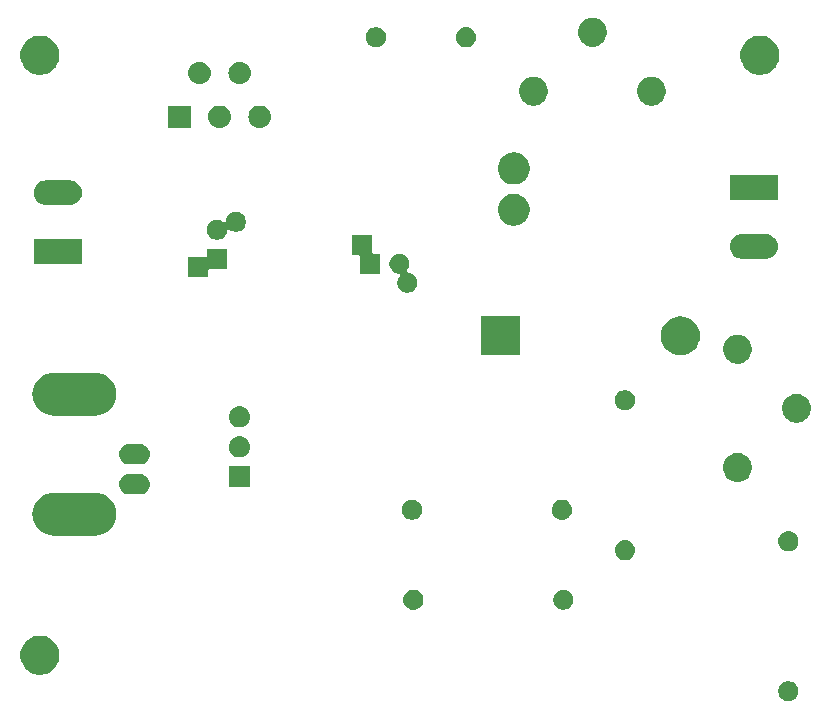
<source format=gbr>
G04 #@! TF.GenerationSoftware,KiCad,Pcbnew,5.0.2-bee76a0~70~ubuntu18.04.1*
G04 #@! TF.CreationDate,2019-05-08T10:40:33+01:00*
G04 #@! TF.ProjectId,lm2596_cc_vc,6c6d3235-3936-45f6-9363-5f76632e6b69,rev?*
G04 #@! TF.SameCoordinates,Original*
G04 #@! TF.FileFunction,Soldermask,Bot*
G04 #@! TF.FilePolarity,Negative*
%FSLAX46Y46*%
G04 Gerber Fmt 4.6, Leading zero omitted, Abs format (unit mm)*
G04 Created by KiCad (PCBNEW 5.0.2-bee76a0~70~ubuntu18.04.1) date Wed 08 May 2019 10:40:33 BST*
%MOMM*%
%LPD*%
G01*
G04 APERTURE LIST*
G04 #@! TA.AperFunction,NonConductor*
%ADD10C,0.100000*%
G04 #@! TD*
G04 APERTURE END LIST*
D10*
G36*
X113405228Y-125292703D02*
X113560100Y-125356853D01*
X113699481Y-125449985D01*
X113818015Y-125568519D01*
X113911147Y-125707900D01*
X113975297Y-125862772D01*
X114008000Y-126027184D01*
X114008000Y-126194816D01*
X113975297Y-126359228D01*
X113911147Y-126514100D01*
X113818015Y-126653481D01*
X113699481Y-126772015D01*
X113560100Y-126865147D01*
X113405228Y-126929297D01*
X113240816Y-126962000D01*
X113073184Y-126962000D01*
X112908772Y-126929297D01*
X112753900Y-126865147D01*
X112614519Y-126772015D01*
X112495985Y-126653481D01*
X112402853Y-126514100D01*
X112338703Y-126359228D01*
X112306000Y-126194816D01*
X112306000Y-126027184D01*
X112338703Y-125862772D01*
X112402853Y-125707900D01*
X112495985Y-125568519D01*
X112614519Y-125449985D01*
X112753900Y-125356853D01*
X112908772Y-125292703D01*
X113073184Y-125260000D01*
X113240816Y-125260000D01*
X113405228Y-125292703D01*
X113405228Y-125292703D01*
G37*
G36*
X50159256Y-121454298D02*
X50265579Y-121475447D01*
X50566042Y-121599903D01*
X50832852Y-121778180D01*
X50836454Y-121780587D01*
X51066413Y-122010546D01*
X51247098Y-122280960D01*
X51371553Y-122581422D01*
X51435000Y-122900389D01*
X51435000Y-123225611D01*
X51371553Y-123544578D01*
X51247098Y-123845040D01*
X51066413Y-124115454D01*
X50836454Y-124345413D01*
X50836451Y-124345415D01*
X50566042Y-124526097D01*
X50265579Y-124650553D01*
X50159256Y-124671702D01*
X49946611Y-124714000D01*
X49621389Y-124714000D01*
X49408744Y-124671702D01*
X49302421Y-124650553D01*
X49001958Y-124526097D01*
X48731549Y-124345415D01*
X48731546Y-124345413D01*
X48501587Y-124115454D01*
X48320902Y-123845040D01*
X48196447Y-123544578D01*
X48133000Y-123225611D01*
X48133000Y-122900389D01*
X48196447Y-122581422D01*
X48320902Y-122280960D01*
X48501587Y-122010546D01*
X48731546Y-121780587D01*
X48735148Y-121778180D01*
X49001958Y-121599903D01*
X49302421Y-121475447D01*
X49408744Y-121454298D01*
X49621389Y-121412000D01*
X49946611Y-121412000D01*
X50159256Y-121454298D01*
X50159256Y-121454298D01*
G37*
G36*
X81573821Y-117525313D02*
X81573824Y-117525314D01*
X81573825Y-117525314D01*
X81734239Y-117573975D01*
X81734241Y-117573976D01*
X81734244Y-117573977D01*
X81882078Y-117652995D01*
X82011659Y-117759341D01*
X82118005Y-117888922D01*
X82197023Y-118036756D01*
X82197024Y-118036759D01*
X82197025Y-118036761D01*
X82245686Y-118197175D01*
X82245687Y-118197179D01*
X82262117Y-118364000D01*
X82245687Y-118530821D01*
X82245686Y-118530824D01*
X82245686Y-118530825D01*
X82220993Y-118612228D01*
X82197023Y-118691244D01*
X82118005Y-118839078D01*
X82011659Y-118968659D01*
X81882078Y-119075005D01*
X81734244Y-119154023D01*
X81734241Y-119154024D01*
X81734239Y-119154025D01*
X81573825Y-119202686D01*
X81573824Y-119202686D01*
X81573821Y-119202687D01*
X81448804Y-119215000D01*
X81365196Y-119215000D01*
X81240179Y-119202687D01*
X81240176Y-119202686D01*
X81240175Y-119202686D01*
X81079761Y-119154025D01*
X81079759Y-119154024D01*
X81079756Y-119154023D01*
X80931922Y-119075005D01*
X80802341Y-118968659D01*
X80695995Y-118839078D01*
X80616977Y-118691244D01*
X80593008Y-118612228D01*
X80568314Y-118530825D01*
X80568314Y-118530824D01*
X80568313Y-118530821D01*
X80551883Y-118364000D01*
X80568313Y-118197179D01*
X80568314Y-118197175D01*
X80616975Y-118036761D01*
X80616976Y-118036759D01*
X80616977Y-118036756D01*
X80695995Y-117888922D01*
X80802341Y-117759341D01*
X80931922Y-117652995D01*
X81079756Y-117573977D01*
X81079759Y-117573976D01*
X81079761Y-117573975D01*
X81240175Y-117525314D01*
X81240176Y-117525314D01*
X81240179Y-117525313D01*
X81365196Y-117513000D01*
X81448804Y-117513000D01*
X81573821Y-117525313D01*
X81573821Y-117525313D01*
G37*
G36*
X94355228Y-117545703D02*
X94510100Y-117609853D01*
X94649481Y-117702985D01*
X94768015Y-117821519D01*
X94861147Y-117960900D01*
X94925297Y-118115772D01*
X94958000Y-118280184D01*
X94958000Y-118447816D01*
X94925297Y-118612228D01*
X94861147Y-118767100D01*
X94768015Y-118906481D01*
X94649481Y-119025015D01*
X94510100Y-119118147D01*
X94355228Y-119182297D01*
X94190816Y-119215000D01*
X94023184Y-119215000D01*
X93858772Y-119182297D01*
X93703900Y-119118147D01*
X93564519Y-119025015D01*
X93445985Y-118906481D01*
X93352853Y-118767100D01*
X93288703Y-118612228D01*
X93256000Y-118447816D01*
X93256000Y-118280184D01*
X93288703Y-118115772D01*
X93352853Y-117960900D01*
X93445985Y-117821519D01*
X93564519Y-117702985D01*
X93703900Y-117609853D01*
X93858772Y-117545703D01*
X94023184Y-117513000D01*
X94190816Y-117513000D01*
X94355228Y-117545703D01*
X94355228Y-117545703D01*
G37*
G36*
X99480821Y-113334313D02*
X99480824Y-113334314D01*
X99480825Y-113334314D01*
X99641239Y-113382975D01*
X99641241Y-113382976D01*
X99641244Y-113382977D01*
X99789078Y-113461995D01*
X99918659Y-113568341D01*
X100025005Y-113697922D01*
X100104023Y-113845756D01*
X100152687Y-114006179D01*
X100169117Y-114173000D01*
X100152687Y-114339821D01*
X100104023Y-114500244D01*
X100025005Y-114648078D01*
X99918659Y-114777659D01*
X99789078Y-114884005D01*
X99641244Y-114963023D01*
X99641241Y-114963024D01*
X99641239Y-114963025D01*
X99480825Y-115011686D01*
X99480824Y-115011686D01*
X99480821Y-115011687D01*
X99355804Y-115024000D01*
X99272196Y-115024000D01*
X99147179Y-115011687D01*
X99147176Y-115011686D01*
X99147175Y-115011686D01*
X98986761Y-114963025D01*
X98986759Y-114963024D01*
X98986756Y-114963023D01*
X98838922Y-114884005D01*
X98709341Y-114777659D01*
X98602995Y-114648078D01*
X98523977Y-114500244D01*
X98475313Y-114339821D01*
X98458883Y-114173000D01*
X98475313Y-114006179D01*
X98523977Y-113845756D01*
X98602995Y-113697922D01*
X98709341Y-113568341D01*
X98838922Y-113461995D01*
X98986756Y-113382977D01*
X98986759Y-113382976D01*
X98986761Y-113382975D01*
X99147175Y-113334314D01*
X99147176Y-113334314D01*
X99147179Y-113334313D01*
X99272196Y-113322000D01*
X99355804Y-113322000D01*
X99480821Y-113334313D01*
X99480821Y-113334313D01*
G37*
G36*
X113323821Y-112572313D02*
X113323824Y-112572314D01*
X113323825Y-112572314D01*
X113484239Y-112620975D01*
X113484241Y-112620976D01*
X113484244Y-112620977D01*
X113632078Y-112699995D01*
X113761659Y-112806341D01*
X113868005Y-112935922D01*
X113947023Y-113083756D01*
X113995687Y-113244179D01*
X114012117Y-113411000D01*
X113995687Y-113577821D01*
X113947023Y-113738244D01*
X113868005Y-113886078D01*
X113761659Y-114015659D01*
X113632078Y-114122005D01*
X113484244Y-114201023D01*
X113484241Y-114201024D01*
X113484239Y-114201025D01*
X113323825Y-114249686D01*
X113323824Y-114249686D01*
X113323821Y-114249687D01*
X113198804Y-114262000D01*
X113115196Y-114262000D01*
X112990179Y-114249687D01*
X112990176Y-114249686D01*
X112990175Y-114249686D01*
X112829761Y-114201025D01*
X112829759Y-114201024D01*
X112829756Y-114201023D01*
X112681922Y-114122005D01*
X112552341Y-114015659D01*
X112445995Y-113886078D01*
X112366977Y-113738244D01*
X112318313Y-113577821D01*
X112301883Y-113411000D01*
X112318313Y-113244179D01*
X112366977Y-113083756D01*
X112445995Y-112935922D01*
X112552341Y-112806341D01*
X112681922Y-112699995D01*
X112829756Y-112620977D01*
X112829759Y-112620976D01*
X112829761Y-112620975D01*
X112990175Y-112572314D01*
X112990176Y-112572314D01*
X112990179Y-112572313D01*
X113115196Y-112560000D01*
X113198804Y-112560000D01*
X113323821Y-112572313D01*
X113323821Y-112572313D01*
G37*
G36*
X54631669Y-109332686D02*
X54808058Y-109350059D01*
X55034385Y-109418714D01*
X55147549Y-109453042D01*
X55460425Y-109620279D01*
X55734661Y-109845339D01*
X55959721Y-110119575D01*
X56126958Y-110432451D01*
X56126958Y-110432452D01*
X56229941Y-110771942D01*
X56264714Y-111125000D01*
X56229941Y-111478058D01*
X56204387Y-111562297D01*
X56126958Y-111817549D01*
X55959721Y-112130425D01*
X55734661Y-112404661D01*
X55460425Y-112629721D01*
X55147549Y-112796958D01*
X55034385Y-112831286D01*
X54808058Y-112899941D01*
X54631669Y-112917314D01*
X54543476Y-112926000D01*
X50866524Y-112926000D01*
X50778331Y-112917314D01*
X50601942Y-112899941D01*
X50375615Y-112831286D01*
X50262451Y-112796958D01*
X49949575Y-112629721D01*
X49675339Y-112404661D01*
X49450279Y-112130425D01*
X49283042Y-111817549D01*
X49205613Y-111562297D01*
X49180059Y-111478058D01*
X49145286Y-111125000D01*
X49180059Y-110771942D01*
X49283042Y-110432452D01*
X49283042Y-110432451D01*
X49450279Y-110119575D01*
X49675339Y-109845339D01*
X49949575Y-109620279D01*
X50262451Y-109453042D01*
X50375615Y-109418714D01*
X50601942Y-109350059D01*
X50778331Y-109332686D01*
X50866524Y-109324000D01*
X54543476Y-109324000D01*
X54631669Y-109332686D01*
X54631669Y-109332686D01*
G37*
G36*
X94146821Y-109905313D02*
X94146824Y-109905314D01*
X94146825Y-109905314D01*
X94307239Y-109953975D01*
X94307241Y-109953976D01*
X94307244Y-109953977D01*
X94455078Y-110032995D01*
X94584659Y-110139341D01*
X94691005Y-110268922D01*
X94770023Y-110416756D01*
X94770024Y-110416759D01*
X94770025Y-110416761D01*
X94818686Y-110577175D01*
X94818687Y-110577179D01*
X94835117Y-110744000D01*
X94818687Y-110910821D01*
X94818686Y-110910824D01*
X94818686Y-110910825D01*
X94793993Y-110992228D01*
X94770023Y-111071244D01*
X94691005Y-111219078D01*
X94584659Y-111348659D01*
X94455078Y-111455005D01*
X94307244Y-111534023D01*
X94307241Y-111534024D01*
X94307239Y-111534025D01*
X94146825Y-111582686D01*
X94146824Y-111582686D01*
X94146821Y-111582687D01*
X94021804Y-111595000D01*
X93938196Y-111595000D01*
X93813179Y-111582687D01*
X93813176Y-111582686D01*
X93813175Y-111582686D01*
X93652761Y-111534025D01*
X93652759Y-111534024D01*
X93652756Y-111534023D01*
X93504922Y-111455005D01*
X93375341Y-111348659D01*
X93268995Y-111219078D01*
X93189977Y-111071244D01*
X93166008Y-110992228D01*
X93141314Y-110910825D01*
X93141314Y-110910824D01*
X93141313Y-110910821D01*
X93124883Y-110744000D01*
X93141313Y-110577179D01*
X93141314Y-110577175D01*
X93189975Y-110416761D01*
X93189976Y-110416759D01*
X93189977Y-110416756D01*
X93268995Y-110268922D01*
X93375341Y-110139341D01*
X93504922Y-110032995D01*
X93652756Y-109953977D01*
X93652759Y-109953976D01*
X93652761Y-109953975D01*
X93813175Y-109905314D01*
X93813176Y-109905314D01*
X93813179Y-109905313D01*
X93938196Y-109893000D01*
X94021804Y-109893000D01*
X94146821Y-109905313D01*
X94146821Y-109905313D01*
G37*
G36*
X81528228Y-109925703D02*
X81683100Y-109989853D01*
X81822481Y-110082985D01*
X81941015Y-110201519D01*
X82034147Y-110340900D01*
X82098297Y-110495772D01*
X82131000Y-110660184D01*
X82131000Y-110827816D01*
X82098297Y-110992228D01*
X82034147Y-111147100D01*
X81941015Y-111286481D01*
X81822481Y-111405015D01*
X81683100Y-111498147D01*
X81528228Y-111562297D01*
X81363816Y-111595000D01*
X81196184Y-111595000D01*
X81031772Y-111562297D01*
X80876900Y-111498147D01*
X80737519Y-111405015D01*
X80618985Y-111286481D01*
X80525853Y-111147100D01*
X80461703Y-110992228D01*
X80429000Y-110827816D01*
X80429000Y-110660184D01*
X80461703Y-110495772D01*
X80525853Y-110340900D01*
X80618985Y-110201519D01*
X80737519Y-110082985D01*
X80876900Y-109989853D01*
X81031772Y-109925703D01*
X81196184Y-109893000D01*
X81363816Y-109893000D01*
X81528228Y-109925703D01*
X81528228Y-109925703D01*
G37*
G36*
X58401821Y-107746313D02*
X58401824Y-107746314D01*
X58401825Y-107746314D01*
X58562239Y-107794975D01*
X58562241Y-107794976D01*
X58562244Y-107794977D01*
X58710078Y-107873995D01*
X58839659Y-107980341D01*
X58946005Y-108109922D01*
X59025023Y-108257756D01*
X59025024Y-108257759D01*
X59025025Y-108257761D01*
X59060892Y-108376000D01*
X59073687Y-108418179D01*
X59090117Y-108585000D01*
X59073687Y-108751821D01*
X59073686Y-108751824D01*
X59073686Y-108751825D01*
X59043602Y-108851000D01*
X59025023Y-108912244D01*
X58946005Y-109060078D01*
X58839659Y-109189659D01*
X58710078Y-109296005D01*
X58562244Y-109375023D01*
X58562241Y-109375024D01*
X58562239Y-109375025D01*
X58401825Y-109423686D01*
X58401824Y-109423686D01*
X58401821Y-109423687D01*
X58276804Y-109436000D01*
X57293196Y-109436000D01*
X57168179Y-109423687D01*
X57168176Y-109423686D01*
X57168175Y-109423686D01*
X57007761Y-109375025D01*
X57007759Y-109375024D01*
X57007756Y-109375023D01*
X56859922Y-109296005D01*
X56730341Y-109189659D01*
X56623995Y-109060078D01*
X56544977Y-108912244D01*
X56526399Y-108851000D01*
X56496314Y-108751825D01*
X56496314Y-108751824D01*
X56496313Y-108751821D01*
X56479883Y-108585000D01*
X56496313Y-108418179D01*
X56509108Y-108376000D01*
X56544975Y-108257761D01*
X56544976Y-108257759D01*
X56544977Y-108257756D01*
X56623995Y-108109922D01*
X56730341Y-107980341D01*
X56859922Y-107873995D01*
X57007756Y-107794977D01*
X57007759Y-107794976D01*
X57007761Y-107794975D01*
X57168175Y-107746314D01*
X57168176Y-107746314D01*
X57168179Y-107746313D01*
X57293196Y-107734000D01*
X58276804Y-107734000D01*
X58401821Y-107746313D01*
X58401821Y-107746313D01*
G37*
G36*
X67576000Y-108851000D02*
X65774000Y-108851000D01*
X65774000Y-107049000D01*
X67576000Y-107049000D01*
X67576000Y-108851000D01*
X67576000Y-108851000D01*
G37*
G36*
X109077205Y-105957461D02*
X109195153Y-105980922D01*
X109287194Y-106019047D01*
X109417359Y-106072963D01*
X109617345Y-106206589D01*
X109787411Y-106376655D01*
X109921037Y-106576641D01*
X109951282Y-106649659D01*
X109995332Y-106756004D01*
X110013078Y-106798848D01*
X110060000Y-107034741D01*
X110060000Y-107275259D01*
X110013078Y-107511152D01*
X109921037Y-107733359D01*
X109787411Y-107933345D01*
X109617345Y-108103411D01*
X109417359Y-108237037D01*
X109287194Y-108290953D01*
X109195153Y-108329078D01*
X108959259Y-108376000D01*
X108718741Y-108376000D01*
X108482847Y-108329078D01*
X108390806Y-108290953D01*
X108260641Y-108237037D01*
X108060655Y-108103411D01*
X107890589Y-107933345D01*
X107756963Y-107733359D01*
X107664922Y-107511152D01*
X107618000Y-107275259D01*
X107618000Y-107034741D01*
X107664922Y-106798848D01*
X107682669Y-106756004D01*
X107726718Y-106649659D01*
X107756963Y-106576641D01*
X107890589Y-106376655D01*
X108060655Y-106206589D01*
X108260641Y-106072963D01*
X108390806Y-106019047D01*
X108482847Y-105980922D01*
X108600795Y-105957461D01*
X108718741Y-105934000D01*
X108959259Y-105934000D01*
X109077205Y-105957461D01*
X109077205Y-105957461D01*
G37*
G36*
X58401821Y-105206313D02*
X58401824Y-105206314D01*
X58401825Y-105206314D01*
X58562239Y-105254975D01*
X58562241Y-105254976D01*
X58562244Y-105254977D01*
X58710078Y-105333995D01*
X58839659Y-105440341D01*
X58946005Y-105569922D01*
X59025023Y-105717756D01*
X59073687Y-105878179D01*
X59090117Y-106045000D01*
X59073687Y-106211821D01*
X59073686Y-106211824D01*
X59073686Y-106211825D01*
X59043602Y-106311000D01*
X59025023Y-106372244D01*
X58946005Y-106520078D01*
X58839659Y-106649659D01*
X58710078Y-106756005D01*
X58562244Y-106835023D01*
X58562241Y-106835024D01*
X58562239Y-106835025D01*
X58401825Y-106883686D01*
X58401824Y-106883686D01*
X58401821Y-106883687D01*
X58276804Y-106896000D01*
X57293196Y-106896000D01*
X57168179Y-106883687D01*
X57168176Y-106883686D01*
X57168175Y-106883686D01*
X57007761Y-106835025D01*
X57007759Y-106835024D01*
X57007756Y-106835023D01*
X56859922Y-106756005D01*
X56730341Y-106649659D01*
X56623995Y-106520078D01*
X56544977Y-106372244D01*
X56526399Y-106311000D01*
X56496314Y-106211825D01*
X56496314Y-106211824D01*
X56496313Y-106211821D01*
X56479883Y-106045000D01*
X56496313Y-105878179D01*
X56544977Y-105717756D01*
X56623995Y-105569922D01*
X56730341Y-105440341D01*
X56859922Y-105333995D01*
X57007756Y-105254977D01*
X57007759Y-105254976D01*
X57007761Y-105254975D01*
X57168175Y-105206314D01*
X57168176Y-105206314D01*
X57168179Y-105206313D01*
X57293196Y-105194000D01*
X58276804Y-105194000D01*
X58401821Y-105206313D01*
X58401821Y-105206313D01*
G37*
G36*
X66785443Y-104515519D02*
X66851627Y-104522037D01*
X66964853Y-104556384D01*
X67021467Y-104573557D01*
X67160087Y-104647652D01*
X67177991Y-104657222D01*
X67213729Y-104686552D01*
X67315186Y-104769814D01*
X67398448Y-104871271D01*
X67427778Y-104907009D01*
X67427779Y-104907011D01*
X67511443Y-105063533D01*
X67511443Y-105063534D01*
X67562963Y-105233373D01*
X67580359Y-105410000D01*
X67562963Y-105586627D01*
X67528616Y-105699853D01*
X67511443Y-105756467D01*
X67446388Y-105878175D01*
X67427778Y-105912991D01*
X67410536Y-105934000D01*
X67315186Y-106050186D01*
X67213729Y-106133448D01*
X67177991Y-106162778D01*
X67177989Y-106162779D01*
X67021467Y-106246443D01*
X66964853Y-106263616D01*
X66851627Y-106297963D01*
X66785442Y-106304482D01*
X66719260Y-106311000D01*
X66630740Y-106311000D01*
X66564558Y-106304482D01*
X66498373Y-106297963D01*
X66385147Y-106263616D01*
X66328533Y-106246443D01*
X66172011Y-106162779D01*
X66172009Y-106162778D01*
X66136271Y-106133448D01*
X66034814Y-106050186D01*
X65939464Y-105934000D01*
X65922222Y-105912991D01*
X65903612Y-105878175D01*
X65838557Y-105756467D01*
X65821384Y-105699853D01*
X65787037Y-105586627D01*
X65769641Y-105410000D01*
X65787037Y-105233373D01*
X65838557Y-105063534D01*
X65838557Y-105063533D01*
X65922221Y-104907011D01*
X65922222Y-104907009D01*
X65951552Y-104871271D01*
X66034814Y-104769814D01*
X66136271Y-104686552D01*
X66172009Y-104657222D01*
X66189913Y-104647652D01*
X66328533Y-104573557D01*
X66385147Y-104556384D01*
X66498373Y-104522037D01*
X66564557Y-104515519D01*
X66630740Y-104509000D01*
X66719260Y-104509000D01*
X66785443Y-104515519D01*
X66785443Y-104515519D01*
G37*
G36*
X66785442Y-101975518D02*
X66851627Y-101982037D01*
X66961877Y-102015481D01*
X67021467Y-102033557D01*
X67160087Y-102107652D01*
X67177991Y-102117222D01*
X67198452Y-102134014D01*
X67315186Y-102229814D01*
X67392481Y-102324000D01*
X67427778Y-102367009D01*
X67427779Y-102367011D01*
X67511443Y-102523533D01*
X67511443Y-102523534D01*
X67562963Y-102693373D01*
X67580359Y-102870000D01*
X67562963Y-103046627D01*
X67545737Y-103103413D01*
X67511443Y-103216467D01*
X67451250Y-103329078D01*
X67427778Y-103372991D01*
X67398448Y-103408729D01*
X67315186Y-103510186D01*
X67213729Y-103593448D01*
X67177991Y-103622778D01*
X67177989Y-103622779D01*
X67021467Y-103706443D01*
X66964853Y-103723616D01*
X66851627Y-103757963D01*
X66785443Y-103764481D01*
X66719260Y-103771000D01*
X66630740Y-103771000D01*
X66564557Y-103764481D01*
X66498373Y-103757963D01*
X66385147Y-103723616D01*
X66328533Y-103706443D01*
X66172011Y-103622779D01*
X66172009Y-103622778D01*
X66136271Y-103593448D01*
X66034814Y-103510186D01*
X65951552Y-103408729D01*
X65922222Y-103372991D01*
X65898750Y-103329078D01*
X65838557Y-103216467D01*
X65804263Y-103103413D01*
X65787037Y-103046627D01*
X65769641Y-102870000D01*
X65787037Y-102693373D01*
X65838557Y-102523534D01*
X65838557Y-102523533D01*
X65922221Y-102367011D01*
X65922222Y-102367009D01*
X65957519Y-102324000D01*
X66034814Y-102229814D01*
X66151548Y-102134014D01*
X66172009Y-102117222D01*
X66189913Y-102107652D01*
X66328533Y-102033557D01*
X66388123Y-102015481D01*
X66498373Y-101982037D01*
X66564558Y-101975518D01*
X66630740Y-101969000D01*
X66719260Y-101969000D01*
X66785442Y-101975518D01*
X66785442Y-101975518D01*
G37*
G36*
X114077205Y-100957461D02*
X114195153Y-100980922D01*
X114287194Y-101019047D01*
X114417359Y-101072963D01*
X114617345Y-101206589D01*
X114787411Y-101376655D01*
X114921037Y-101576641D01*
X115013078Y-101798848D01*
X115049517Y-101982037D01*
X115060000Y-102034742D01*
X115060000Y-102275258D01*
X115013078Y-102511153D01*
X114974953Y-102603194D01*
X114921037Y-102733359D01*
X114787411Y-102933345D01*
X114617345Y-103103411D01*
X114417359Y-103237037D01*
X114287194Y-103290953D01*
X114195153Y-103329078D01*
X114077205Y-103352539D01*
X113959259Y-103376000D01*
X113718741Y-103376000D01*
X113600795Y-103352539D01*
X113482847Y-103329078D01*
X113390806Y-103290953D01*
X113260641Y-103237037D01*
X113060655Y-103103411D01*
X112890589Y-102933345D01*
X112756963Y-102733359D01*
X112703047Y-102603194D01*
X112664922Y-102511153D01*
X112618000Y-102275258D01*
X112618000Y-102034742D01*
X112628484Y-101982037D01*
X112664922Y-101798848D01*
X112756963Y-101576641D01*
X112890589Y-101376655D01*
X113060655Y-101206589D01*
X113260641Y-101072963D01*
X113390806Y-101019047D01*
X113482847Y-100980922D01*
X113600795Y-100957461D01*
X113718741Y-100934000D01*
X113959259Y-100934000D01*
X114077205Y-100957461D01*
X114077205Y-100957461D01*
G37*
G36*
X54631669Y-99172686D02*
X54808058Y-99190059D01*
X55034385Y-99258714D01*
X55147549Y-99293042D01*
X55460425Y-99460279D01*
X55734661Y-99685339D01*
X55959721Y-99959575D01*
X56126958Y-100272451D01*
X56126958Y-100272452D01*
X56229941Y-100611942D01*
X56264714Y-100965000D01*
X56229941Y-101318058D01*
X56208365Y-101389184D01*
X56126958Y-101657549D01*
X55959721Y-101970425D01*
X55734661Y-102244661D01*
X55460425Y-102469721D01*
X55147549Y-102636958D01*
X55034385Y-102671286D01*
X54808058Y-102739941D01*
X54631669Y-102757314D01*
X54543476Y-102766000D01*
X50866524Y-102766000D01*
X50778331Y-102757314D01*
X50601942Y-102739941D01*
X50375615Y-102671286D01*
X50262451Y-102636958D01*
X49949575Y-102469721D01*
X49675339Y-102244661D01*
X49450279Y-101970425D01*
X49283042Y-101657549D01*
X49201635Y-101389184D01*
X49180059Y-101318058D01*
X49145286Y-100965000D01*
X49180059Y-100611942D01*
X49283042Y-100272452D01*
X49283042Y-100272451D01*
X49450279Y-99959575D01*
X49675339Y-99685339D01*
X49949575Y-99460279D01*
X50262451Y-99293042D01*
X50375615Y-99258714D01*
X50601942Y-99190059D01*
X50778331Y-99172686D01*
X50866524Y-99164000D01*
X54543476Y-99164000D01*
X54631669Y-99172686D01*
X54631669Y-99172686D01*
G37*
G36*
X99562228Y-100654703D02*
X99717100Y-100718853D01*
X99856481Y-100811985D01*
X99975015Y-100930519D01*
X100068147Y-101069900D01*
X100132297Y-101224772D01*
X100165000Y-101389184D01*
X100165000Y-101556816D01*
X100132297Y-101721228D01*
X100068147Y-101876100D01*
X99975015Y-102015481D01*
X99856481Y-102134015D01*
X99717100Y-102227147D01*
X99562228Y-102291297D01*
X99397816Y-102324000D01*
X99230184Y-102324000D01*
X99065772Y-102291297D01*
X98910900Y-102227147D01*
X98771519Y-102134015D01*
X98652985Y-102015481D01*
X98559853Y-101876100D01*
X98495703Y-101721228D01*
X98463000Y-101556816D01*
X98463000Y-101389184D01*
X98495703Y-101224772D01*
X98559853Y-101069900D01*
X98652985Y-100930519D01*
X98771519Y-100811985D01*
X98910900Y-100718853D01*
X99065772Y-100654703D01*
X99230184Y-100622000D01*
X99397816Y-100622000D01*
X99562228Y-100654703D01*
X99562228Y-100654703D01*
G37*
G36*
X109077205Y-95957461D02*
X109195153Y-95980922D01*
X109270181Y-96012000D01*
X109417359Y-96072963D01*
X109617345Y-96206589D01*
X109787411Y-96376655D01*
X109921037Y-96576641D01*
X110013078Y-96798848D01*
X110060000Y-97034741D01*
X110060000Y-97275259D01*
X110013078Y-97511152D01*
X109921037Y-97733359D01*
X109787411Y-97933345D01*
X109617345Y-98103411D01*
X109417359Y-98237037D01*
X109287194Y-98290953D01*
X109195153Y-98329078D01*
X108959259Y-98376000D01*
X108718741Y-98376000D01*
X108600795Y-98352539D01*
X108482847Y-98329078D01*
X108390806Y-98290953D01*
X108260641Y-98237037D01*
X108060655Y-98103411D01*
X107890589Y-97933345D01*
X107756963Y-97733359D01*
X107664922Y-97511152D01*
X107618000Y-97275259D01*
X107618000Y-97034741D01*
X107664922Y-96798848D01*
X107756963Y-96576641D01*
X107890589Y-96376655D01*
X108060655Y-96206589D01*
X108260641Y-96072963D01*
X108407819Y-96012000D01*
X108482847Y-95980922D01*
X108600795Y-95957461D01*
X108718741Y-95934000D01*
X108959259Y-95934000D01*
X109077205Y-95957461D01*
X109077205Y-95957461D01*
G37*
G36*
X104336654Y-94384888D02*
X104647865Y-94479294D01*
X104934686Y-94632603D01*
X105186082Y-94838918D01*
X105392397Y-95090314D01*
X105545706Y-95377135D01*
X105640112Y-95688346D01*
X105671988Y-96012000D01*
X105640112Y-96335654D01*
X105545706Y-96646865D01*
X105392397Y-96933686D01*
X105186082Y-97185082D01*
X104934686Y-97391397D01*
X104647865Y-97544706D01*
X104336654Y-97639112D01*
X104094107Y-97663000D01*
X103931893Y-97663000D01*
X103689346Y-97639112D01*
X103378135Y-97544706D01*
X103091314Y-97391397D01*
X102839918Y-97185082D01*
X102633603Y-96933686D01*
X102480294Y-96646865D01*
X102385888Y-96335654D01*
X102354012Y-96012000D01*
X102385888Y-95688346D01*
X102480294Y-95377135D01*
X102633603Y-95090314D01*
X102839918Y-94838918D01*
X103091314Y-94632603D01*
X103378135Y-94479294D01*
X103689346Y-94384888D01*
X103931893Y-94361000D01*
X104094107Y-94361000D01*
X104336654Y-94384888D01*
X104336654Y-94384888D01*
G37*
G36*
X90424000Y-97663000D02*
X87122000Y-97663000D01*
X87122000Y-94361000D01*
X90424000Y-94361000D01*
X90424000Y-97663000D01*
X90424000Y-97663000D01*
G37*
G36*
X80472228Y-89097703D02*
X80627100Y-89161853D01*
X80766481Y-89254985D01*
X80885015Y-89373519D01*
X80978147Y-89512900D01*
X81042297Y-89667772D01*
X81075000Y-89832184D01*
X81075000Y-89999816D01*
X81042297Y-90164228D01*
X80978147Y-90319100D01*
X80896325Y-90441554D01*
X80879619Y-90466556D01*
X80876337Y-90470554D01*
X80864786Y-90492165D01*
X80857673Y-90515614D01*
X80855271Y-90540000D01*
X80857673Y-90564386D01*
X80864786Y-90587835D01*
X80876337Y-90609446D01*
X80891883Y-90628388D01*
X80910825Y-90643934D01*
X80932436Y-90655485D01*
X80955885Y-90662598D01*
X80977265Y-90664704D01*
X80978753Y-90665000D01*
X81143165Y-90697703D01*
X81298037Y-90761853D01*
X81437418Y-90854985D01*
X81555952Y-90973519D01*
X81649084Y-91112900D01*
X81713234Y-91267772D01*
X81745937Y-91432184D01*
X81745937Y-91599816D01*
X81713234Y-91764228D01*
X81649084Y-91919100D01*
X81555952Y-92058481D01*
X81437418Y-92177015D01*
X81298037Y-92270147D01*
X81143165Y-92334297D01*
X80978753Y-92367000D01*
X80811121Y-92367000D01*
X80646709Y-92334297D01*
X80491837Y-92270147D01*
X80352456Y-92177015D01*
X80233922Y-92058481D01*
X80140790Y-91919100D01*
X80076640Y-91764228D01*
X80043937Y-91599816D01*
X80043937Y-91432184D01*
X80076640Y-91267772D01*
X80140790Y-91112900D01*
X80233922Y-90973519D01*
X80233923Y-90973518D01*
X80239318Y-90965444D01*
X80242600Y-90961446D01*
X80254151Y-90939835D01*
X80261264Y-90916386D01*
X80263666Y-90892000D01*
X80261264Y-90867614D01*
X80254151Y-90844165D01*
X80242600Y-90822554D01*
X80227054Y-90803612D01*
X80208112Y-90788066D01*
X80186501Y-90776515D01*
X80163052Y-90769402D01*
X80141672Y-90767296D01*
X80140184Y-90767000D01*
X79975772Y-90734297D01*
X79820900Y-90670147D01*
X79681519Y-90577015D01*
X79562985Y-90458481D01*
X79469853Y-90319100D01*
X79405703Y-90164228D01*
X79373000Y-89999816D01*
X79373000Y-89832184D01*
X79405703Y-89667772D01*
X79469853Y-89512900D01*
X79562985Y-89373519D01*
X79681519Y-89254985D01*
X79820900Y-89161853D01*
X79975772Y-89097703D01*
X80140184Y-89065000D01*
X80307816Y-89065000D01*
X80472228Y-89097703D01*
X80472228Y-89097703D01*
G37*
G36*
X65621000Y-90386000D02*
X64146000Y-90386000D01*
X64121614Y-90388402D01*
X64098165Y-90395515D01*
X64076554Y-90407066D01*
X64057612Y-90422612D01*
X64042066Y-90441554D01*
X64030515Y-90463165D01*
X64023402Y-90486614D01*
X64021000Y-90511000D01*
X64021000Y-91056937D01*
X62319000Y-91056937D01*
X62319000Y-89354937D01*
X63794000Y-89354937D01*
X63818386Y-89352535D01*
X63841835Y-89345422D01*
X63863446Y-89333871D01*
X63882388Y-89318325D01*
X63897934Y-89299383D01*
X63909485Y-89277772D01*
X63916598Y-89254323D01*
X63919000Y-89229937D01*
X63919000Y-88684000D01*
X65621000Y-88684000D01*
X65621000Y-90386000D01*
X65621000Y-90386000D01*
G37*
G36*
X77904063Y-88940000D02*
X77906465Y-88964386D01*
X77913578Y-88987835D01*
X77925129Y-89009446D01*
X77940675Y-89028388D01*
X77959617Y-89043934D01*
X77981228Y-89055485D01*
X78004677Y-89062598D01*
X78029063Y-89065000D01*
X78575000Y-89065000D01*
X78575000Y-90767000D01*
X76873000Y-90767000D01*
X76873000Y-89292000D01*
X76870598Y-89267614D01*
X76863485Y-89244165D01*
X76851934Y-89222554D01*
X76836388Y-89203612D01*
X76817446Y-89188066D01*
X76795835Y-89176515D01*
X76772386Y-89169402D01*
X76748000Y-89167000D01*
X76202063Y-89167000D01*
X76202063Y-87465000D01*
X77904063Y-87465000D01*
X77904063Y-88940000D01*
X77904063Y-88940000D01*
G37*
G36*
X53339000Y-89941000D02*
X49277000Y-89941000D01*
X49277000Y-87859000D01*
X53339000Y-87859000D01*
X53339000Y-89941000D01*
X53339000Y-89941000D01*
G37*
G36*
X111328112Y-87403021D02*
X111430072Y-87413063D01*
X111560891Y-87452747D01*
X111626302Y-87472589D01*
X111807148Y-87569254D01*
X111965659Y-87699341D01*
X112095746Y-87857852D01*
X112192411Y-88038698D01*
X112192411Y-88038699D01*
X112251937Y-88234928D01*
X112272036Y-88439000D01*
X112251937Y-88643072D01*
X112212253Y-88773891D01*
X112192411Y-88839302D01*
X112095746Y-89020148D01*
X111965659Y-89178659D01*
X111807148Y-89308746D01*
X111626302Y-89405411D01*
X111560891Y-89425253D01*
X111430072Y-89464937D01*
X111328112Y-89474979D01*
X111277133Y-89480000D01*
X109194867Y-89480000D01*
X109143888Y-89474979D01*
X109041928Y-89464937D01*
X108911109Y-89425253D01*
X108845698Y-89405411D01*
X108664852Y-89308746D01*
X108506341Y-89178659D01*
X108376254Y-89020148D01*
X108279589Y-88839302D01*
X108259747Y-88773891D01*
X108220063Y-88643072D01*
X108199964Y-88439000D01*
X108220063Y-88234928D01*
X108279589Y-88038699D01*
X108279589Y-88038698D01*
X108376254Y-87857852D01*
X108506341Y-87699341D01*
X108664852Y-87569254D01*
X108845698Y-87472589D01*
X108911109Y-87452747D01*
X109041928Y-87413063D01*
X109143888Y-87403021D01*
X109194867Y-87398000D01*
X111277133Y-87398000D01*
X111328112Y-87403021D01*
X111328112Y-87403021D01*
G37*
G36*
X66618228Y-85545766D02*
X66773100Y-85609916D01*
X66912481Y-85703048D01*
X67031015Y-85821582D01*
X67124147Y-85960963D01*
X67188297Y-86115835D01*
X67221000Y-86280247D01*
X67221000Y-86447879D01*
X67188297Y-86612291D01*
X67124147Y-86767163D01*
X67031015Y-86906544D01*
X66912481Y-87025078D01*
X66773100Y-87118210D01*
X66618228Y-87182360D01*
X66453816Y-87215063D01*
X66286184Y-87215063D01*
X66121772Y-87182360D01*
X65966900Y-87118210D01*
X65827519Y-87025078D01*
X65827518Y-87025077D01*
X65819444Y-87019682D01*
X65815446Y-87016400D01*
X65793835Y-87004849D01*
X65770386Y-86997736D01*
X65746000Y-86995334D01*
X65721614Y-86997736D01*
X65698165Y-87004849D01*
X65676554Y-87016400D01*
X65657612Y-87031946D01*
X65642066Y-87050888D01*
X65630515Y-87072499D01*
X65623402Y-87095948D01*
X65621296Y-87117328D01*
X65621000Y-87118816D01*
X65588297Y-87283228D01*
X65524147Y-87438100D01*
X65431015Y-87577481D01*
X65312481Y-87696015D01*
X65173100Y-87789147D01*
X65018228Y-87853297D01*
X64853816Y-87886000D01*
X64686184Y-87886000D01*
X64521772Y-87853297D01*
X64366900Y-87789147D01*
X64227519Y-87696015D01*
X64108985Y-87577481D01*
X64015853Y-87438100D01*
X63951703Y-87283228D01*
X63919000Y-87118816D01*
X63919000Y-86951184D01*
X63951703Y-86786772D01*
X64015853Y-86631900D01*
X64108985Y-86492519D01*
X64227519Y-86373985D01*
X64366900Y-86280853D01*
X64521772Y-86216703D01*
X64686184Y-86184000D01*
X64853816Y-86184000D01*
X65018228Y-86216703D01*
X65173100Y-86280853D01*
X65312481Y-86373985D01*
X65312482Y-86373986D01*
X65320556Y-86379381D01*
X65324554Y-86382663D01*
X65346165Y-86394214D01*
X65369614Y-86401327D01*
X65394000Y-86403729D01*
X65418386Y-86401327D01*
X65441835Y-86394214D01*
X65463446Y-86382663D01*
X65482388Y-86367117D01*
X65497934Y-86348175D01*
X65509485Y-86326564D01*
X65516598Y-86303115D01*
X65518704Y-86281735D01*
X65519466Y-86277902D01*
X65551703Y-86115835D01*
X65615853Y-85960963D01*
X65708985Y-85821582D01*
X65827519Y-85703048D01*
X65966900Y-85609916D01*
X66121772Y-85545766D01*
X66286184Y-85513063D01*
X66453816Y-85513063D01*
X66618228Y-85545766D01*
X66618228Y-85545766D01*
G37*
G36*
X90179567Y-84018959D02*
X90310072Y-84044918D01*
X90555939Y-84146759D01*
X90776464Y-84294110D01*
X90777215Y-84294612D01*
X90965388Y-84482785D01*
X90965390Y-84482788D01*
X91113241Y-84704061D01*
X91215082Y-84949928D01*
X91267000Y-85210938D01*
X91267000Y-85477062D01*
X91215082Y-85738072D01*
X91113241Y-85983939D01*
X90965890Y-86204464D01*
X90965388Y-86205215D01*
X90777215Y-86393388D01*
X90777212Y-86393390D01*
X90555939Y-86541241D01*
X90310072Y-86643082D01*
X90179567Y-86669041D01*
X90049063Y-86695000D01*
X89782937Y-86695000D01*
X89652433Y-86669041D01*
X89521928Y-86643082D01*
X89276061Y-86541241D01*
X89054788Y-86393390D01*
X89054785Y-86393388D01*
X88866612Y-86205215D01*
X88866110Y-86204464D01*
X88718759Y-85983939D01*
X88616918Y-85738072D01*
X88565000Y-85477062D01*
X88565000Y-85210938D01*
X88616918Y-84949928D01*
X88718759Y-84704061D01*
X88866610Y-84482788D01*
X88866612Y-84482785D01*
X89054785Y-84294612D01*
X89055536Y-84294110D01*
X89276061Y-84146759D01*
X89521928Y-84044918D01*
X89652433Y-84018959D01*
X89782937Y-83993000D01*
X90049063Y-83993000D01*
X90179567Y-84018959D01*
X90179567Y-84018959D01*
G37*
G36*
X52400112Y-82864021D02*
X52502072Y-82874063D01*
X52632891Y-82913747D01*
X52698302Y-82933589D01*
X52879148Y-83030254D01*
X53037659Y-83160341D01*
X53167746Y-83318852D01*
X53264411Y-83499698D01*
X53264411Y-83499699D01*
X53323937Y-83695928D01*
X53344036Y-83900000D01*
X53323937Y-84104072D01*
X53310988Y-84146759D01*
X53264411Y-84300302D01*
X53167746Y-84481148D01*
X53037659Y-84639659D01*
X52879148Y-84769746D01*
X52698302Y-84866411D01*
X52632891Y-84886253D01*
X52502072Y-84925937D01*
X52400112Y-84935979D01*
X52349133Y-84941000D01*
X50266867Y-84941000D01*
X50215888Y-84935979D01*
X50113928Y-84925937D01*
X49983109Y-84886253D01*
X49917698Y-84866411D01*
X49736852Y-84769746D01*
X49578341Y-84639659D01*
X49448254Y-84481148D01*
X49351589Y-84300302D01*
X49305012Y-84146759D01*
X49292063Y-84104072D01*
X49271964Y-83900000D01*
X49292063Y-83695928D01*
X49351589Y-83499699D01*
X49351589Y-83499698D01*
X49448254Y-83318852D01*
X49578341Y-83160341D01*
X49736852Y-83030254D01*
X49917698Y-82933589D01*
X49983109Y-82913747D01*
X50113928Y-82874063D01*
X50215888Y-82864021D01*
X50266867Y-82859000D01*
X52349133Y-82859000D01*
X52400112Y-82864021D01*
X52400112Y-82864021D01*
G37*
G36*
X112267000Y-84480000D02*
X108205000Y-84480000D01*
X108205000Y-82398000D01*
X112267000Y-82398000D01*
X112267000Y-84480000D01*
X112267000Y-84480000D01*
G37*
G36*
X90179567Y-80518959D02*
X90310072Y-80544918D01*
X90555939Y-80646759D01*
X90776464Y-80794110D01*
X90777215Y-80794612D01*
X90965388Y-80982785D01*
X90965390Y-80982788D01*
X91113241Y-81204061D01*
X91215082Y-81449928D01*
X91267000Y-81710938D01*
X91267000Y-81977062D01*
X91215082Y-82238072D01*
X91113241Y-82483939D01*
X90965890Y-82704464D01*
X90965388Y-82705215D01*
X90777215Y-82893388D01*
X90777212Y-82893390D01*
X90555939Y-83041241D01*
X90310072Y-83143082D01*
X90223305Y-83160341D01*
X90049063Y-83195000D01*
X89782937Y-83195000D01*
X89608695Y-83160341D01*
X89521928Y-83143082D01*
X89276061Y-83041241D01*
X89054788Y-82893390D01*
X89054785Y-82893388D01*
X88866612Y-82705215D01*
X88866110Y-82704464D01*
X88718759Y-82483939D01*
X88616918Y-82238072D01*
X88565000Y-81977062D01*
X88565000Y-81710938D01*
X88616918Y-81449928D01*
X88718759Y-81204061D01*
X88866610Y-80982788D01*
X88866612Y-80982785D01*
X89054785Y-80794612D01*
X89055536Y-80794110D01*
X89276061Y-80646759D01*
X89521928Y-80544918D01*
X89652433Y-80518959D01*
X89782937Y-80493000D01*
X90049063Y-80493000D01*
X90179567Y-80518959D01*
X90179567Y-80518959D01*
G37*
G36*
X68581425Y-76532760D02*
X68581428Y-76532761D01*
X68581429Y-76532761D01*
X68760693Y-76587140D01*
X68760695Y-76587141D01*
X68925905Y-76675448D01*
X69070712Y-76794288D01*
X69189552Y-76939095D01*
X69277859Y-77104305D01*
X69332240Y-77283575D01*
X69350601Y-77470000D01*
X69332240Y-77656425D01*
X69277859Y-77835695D01*
X69189552Y-78000905D01*
X69070712Y-78145712D01*
X68925905Y-78264552D01*
X68925903Y-78264553D01*
X68760693Y-78352860D01*
X68581429Y-78407239D01*
X68581428Y-78407239D01*
X68581425Y-78407240D01*
X68441718Y-78421000D01*
X68348282Y-78421000D01*
X68208575Y-78407240D01*
X68208572Y-78407239D01*
X68208571Y-78407239D01*
X68029307Y-78352860D01*
X67864097Y-78264553D01*
X67864095Y-78264552D01*
X67719288Y-78145712D01*
X67600448Y-78000905D01*
X67512141Y-77835695D01*
X67457760Y-77656425D01*
X67439399Y-77470000D01*
X67457760Y-77283575D01*
X67512141Y-77104305D01*
X67600448Y-76939095D01*
X67719288Y-76794288D01*
X67864095Y-76675448D01*
X68029305Y-76587141D01*
X68029307Y-76587140D01*
X68208571Y-76532761D01*
X68208572Y-76532761D01*
X68208575Y-76532760D01*
X68348282Y-76519000D01*
X68441718Y-76519000D01*
X68581425Y-76532760D01*
X68581425Y-76532760D01*
G37*
G36*
X65181425Y-76532760D02*
X65181428Y-76532761D01*
X65181429Y-76532761D01*
X65360693Y-76587140D01*
X65360695Y-76587141D01*
X65525905Y-76675448D01*
X65670712Y-76794288D01*
X65789552Y-76939095D01*
X65877859Y-77104305D01*
X65932240Y-77283575D01*
X65950601Y-77470000D01*
X65932240Y-77656425D01*
X65877859Y-77835695D01*
X65789552Y-78000905D01*
X65670712Y-78145712D01*
X65525905Y-78264552D01*
X65525903Y-78264553D01*
X65360693Y-78352860D01*
X65181429Y-78407239D01*
X65181428Y-78407239D01*
X65181425Y-78407240D01*
X65041718Y-78421000D01*
X64948282Y-78421000D01*
X64808575Y-78407240D01*
X64808572Y-78407239D01*
X64808571Y-78407239D01*
X64629307Y-78352860D01*
X64464097Y-78264553D01*
X64464095Y-78264552D01*
X64319288Y-78145712D01*
X64200448Y-78000905D01*
X64112141Y-77835695D01*
X64057760Y-77656425D01*
X64039399Y-77470000D01*
X64057760Y-77283575D01*
X64112141Y-77104305D01*
X64200448Y-76939095D01*
X64319288Y-76794288D01*
X64464095Y-76675448D01*
X64629305Y-76587141D01*
X64629307Y-76587140D01*
X64808571Y-76532761D01*
X64808572Y-76532761D01*
X64808575Y-76532760D01*
X64948282Y-76519000D01*
X65041718Y-76519000D01*
X65181425Y-76532760D01*
X65181425Y-76532760D01*
G37*
G36*
X62546000Y-78421000D02*
X60644000Y-78421000D01*
X60644000Y-76519000D01*
X62546000Y-76519000D01*
X62546000Y-78421000D01*
X62546000Y-78421000D01*
G37*
G36*
X101923153Y-74136922D02*
X102015194Y-74175047D01*
X102145359Y-74228963D01*
X102345345Y-74362589D01*
X102515411Y-74532655D01*
X102649037Y-74732641D01*
X102741078Y-74954848D01*
X102788000Y-75190741D01*
X102788000Y-75431259D01*
X102741078Y-75667152D01*
X102649037Y-75889359D01*
X102515411Y-76089345D01*
X102345345Y-76259411D01*
X102145359Y-76393037D01*
X102015194Y-76446953D01*
X101923153Y-76485078D01*
X101805205Y-76508539D01*
X101687259Y-76532000D01*
X101446741Y-76532000D01*
X101328795Y-76508539D01*
X101210847Y-76485078D01*
X101118806Y-76446953D01*
X100988641Y-76393037D01*
X100788655Y-76259411D01*
X100618589Y-76089345D01*
X100484963Y-75889359D01*
X100392922Y-75667152D01*
X100346000Y-75431259D01*
X100346000Y-75190741D01*
X100392922Y-74954848D01*
X100484963Y-74732641D01*
X100618589Y-74532655D01*
X100788655Y-74362589D01*
X100988641Y-74228963D01*
X101118806Y-74175047D01*
X101210847Y-74136922D01*
X101446741Y-74090000D01*
X101687259Y-74090000D01*
X101923153Y-74136922D01*
X101923153Y-74136922D01*
G37*
G36*
X91923153Y-74136922D02*
X92015194Y-74175047D01*
X92145359Y-74228963D01*
X92345345Y-74362589D01*
X92515411Y-74532655D01*
X92649037Y-74732641D01*
X92741078Y-74954848D01*
X92788000Y-75190741D01*
X92788000Y-75431259D01*
X92741078Y-75667152D01*
X92649037Y-75889359D01*
X92515411Y-76089345D01*
X92345345Y-76259411D01*
X92145359Y-76393037D01*
X92015194Y-76446953D01*
X91923153Y-76485078D01*
X91805205Y-76508539D01*
X91687259Y-76532000D01*
X91446741Y-76532000D01*
X91328795Y-76508539D01*
X91210847Y-76485078D01*
X91118806Y-76446953D01*
X90988641Y-76393037D01*
X90788655Y-76259411D01*
X90618589Y-76089345D01*
X90484963Y-75889359D01*
X90392922Y-75667152D01*
X90346000Y-75431259D01*
X90346000Y-75190741D01*
X90392922Y-74954848D01*
X90484963Y-74732641D01*
X90618589Y-74532655D01*
X90788655Y-74362589D01*
X90988641Y-74228963D01*
X91118806Y-74175047D01*
X91210847Y-74136922D01*
X91446741Y-74090000D01*
X91687259Y-74090000D01*
X91923153Y-74136922D01*
X91923153Y-74136922D01*
G37*
G36*
X66881425Y-72832760D02*
X66881428Y-72832761D01*
X66881429Y-72832761D01*
X67060693Y-72887140D01*
X67060695Y-72887141D01*
X67225905Y-72975448D01*
X67370712Y-73094288D01*
X67489552Y-73239095D01*
X67489553Y-73239097D01*
X67577860Y-73404307D01*
X67632239Y-73583571D01*
X67632240Y-73583575D01*
X67650601Y-73770000D01*
X67632240Y-73956425D01*
X67632239Y-73956428D01*
X67632239Y-73956429D01*
X67591721Y-74090000D01*
X67577859Y-74135695D01*
X67489552Y-74300905D01*
X67370712Y-74445712D01*
X67225905Y-74564552D01*
X67225903Y-74564553D01*
X67060693Y-74652860D01*
X66881429Y-74707239D01*
X66881428Y-74707239D01*
X66881425Y-74707240D01*
X66741718Y-74721000D01*
X66648282Y-74721000D01*
X66508575Y-74707240D01*
X66508572Y-74707239D01*
X66508571Y-74707239D01*
X66329307Y-74652860D01*
X66164097Y-74564553D01*
X66164095Y-74564552D01*
X66019288Y-74445712D01*
X65900448Y-74300905D01*
X65812141Y-74135695D01*
X65798280Y-74090000D01*
X65757761Y-73956429D01*
X65757761Y-73956428D01*
X65757760Y-73956425D01*
X65739399Y-73770000D01*
X65757760Y-73583575D01*
X65757761Y-73583571D01*
X65812140Y-73404307D01*
X65900447Y-73239097D01*
X65900448Y-73239095D01*
X66019288Y-73094288D01*
X66164095Y-72975448D01*
X66329305Y-72887141D01*
X66329307Y-72887140D01*
X66508571Y-72832761D01*
X66508572Y-72832761D01*
X66508575Y-72832760D01*
X66648282Y-72819000D01*
X66741718Y-72819000D01*
X66881425Y-72832760D01*
X66881425Y-72832760D01*
G37*
G36*
X63481425Y-72832760D02*
X63481428Y-72832761D01*
X63481429Y-72832761D01*
X63660693Y-72887140D01*
X63660695Y-72887141D01*
X63825905Y-72975448D01*
X63970712Y-73094288D01*
X64089552Y-73239095D01*
X64089553Y-73239097D01*
X64177860Y-73404307D01*
X64232239Y-73583571D01*
X64232240Y-73583575D01*
X64250601Y-73770000D01*
X64232240Y-73956425D01*
X64232239Y-73956428D01*
X64232239Y-73956429D01*
X64191721Y-74090000D01*
X64177859Y-74135695D01*
X64089552Y-74300905D01*
X63970712Y-74445712D01*
X63825905Y-74564552D01*
X63825903Y-74564553D01*
X63660693Y-74652860D01*
X63481429Y-74707239D01*
X63481428Y-74707239D01*
X63481425Y-74707240D01*
X63341718Y-74721000D01*
X63248282Y-74721000D01*
X63108575Y-74707240D01*
X63108572Y-74707239D01*
X63108571Y-74707239D01*
X62929307Y-74652860D01*
X62764097Y-74564553D01*
X62764095Y-74564552D01*
X62619288Y-74445712D01*
X62500448Y-74300905D01*
X62412141Y-74135695D01*
X62398280Y-74090000D01*
X62357761Y-73956429D01*
X62357761Y-73956428D01*
X62357760Y-73956425D01*
X62339399Y-73770000D01*
X62357760Y-73583575D01*
X62357761Y-73583571D01*
X62412140Y-73404307D01*
X62500447Y-73239097D01*
X62500448Y-73239095D01*
X62619288Y-73094288D01*
X62764095Y-72975448D01*
X62929305Y-72887141D01*
X62929307Y-72887140D01*
X63108571Y-72832761D01*
X63108572Y-72832761D01*
X63108575Y-72832760D01*
X63248282Y-72819000D01*
X63341718Y-72819000D01*
X63481425Y-72832760D01*
X63481425Y-72832760D01*
G37*
G36*
X50159256Y-70654298D02*
X50265579Y-70675447D01*
X50566042Y-70799903D01*
X50724559Y-70905821D01*
X50836454Y-70980587D01*
X51066413Y-71210546D01*
X51247098Y-71480960D01*
X51252146Y-71493147D01*
X51371553Y-71781421D01*
X51435000Y-72100391D01*
X51435000Y-72425609D01*
X51371553Y-72744579D01*
X51247097Y-73045042D01*
X51117433Y-73239097D01*
X51066413Y-73315454D01*
X50836454Y-73545413D01*
X50836451Y-73545415D01*
X50566042Y-73726097D01*
X50265579Y-73850553D01*
X50159256Y-73871702D01*
X49946611Y-73914000D01*
X49621389Y-73914000D01*
X49408744Y-73871702D01*
X49302421Y-73850553D01*
X49001958Y-73726097D01*
X48731549Y-73545415D01*
X48731546Y-73545413D01*
X48501587Y-73315454D01*
X48450567Y-73239097D01*
X48320903Y-73045042D01*
X48196447Y-72744579D01*
X48133000Y-72425609D01*
X48133000Y-72100391D01*
X48196447Y-71781421D01*
X48315854Y-71493147D01*
X48320902Y-71480960D01*
X48501587Y-71210546D01*
X48731546Y-70980587D01*
X48843441Y-70905821D01*
X49001958Y-70799903D01*
X49302421Y-70675447D01*
X49408744Y-70654298D01*
X49621389Y-70612000D01*
X49946611Y-70612000D01*
X50159256Y-70654298D01*
X50159256Y-70654298D01*
G37*
G36*
X111119256Y-70654298D02*
X111225579Y-70675447D01*
X111526042Y-70799903D01*
X111684559Y-70905821D01*
X111796454Y-70980587D01*
X112026413Y-71210546D01*
X112207098Y-71480960D01*
X112212146Y-71493147D01*
X112331553Y-71781421D01*
X112395000Y-72100391D01*
X112395000Y-72425609D01*
X112331553Y-72744579D01*
X112207097Y-73045042D01*
X112077433Y-73239097D01*
X112026413Y-73315454D01*
X111796454Y-73545413D01*
X111796451Y-73545415D01*
X111526042Y-73726097D01*
X111225579Y-73850553D01*
X111119256Y-73871702D01*
X110906611Y-73914000D01*
X110581389Y-73914000D01*
X110368744Y-73871702D01*
X110262421Y-73850553D01*
X109961958Y-73726097D01*
X109691549Y-73545415D01*
X109691546Y-73545413D01*
X109461587Y-73315454D01*
X109410567Y-73239097D01*
X109280903Y-73045042D01*
X109156447Y-72744579D01*
X109093000Y-72425609D01*
X109093000Y-72100391D01*
X109156447Y-71781421D01*
X109275854Y-71493147D01*
X109280902Y-71480960D01*
X109461587Y-71210546D01*
X109691546Y-70980587D01*
X109803441Y-70905821D01*
X109961958Y-70799903D01*
X110262421Y-70675447D01*
X110368744Y-70654298D01*
X110581389Y-70612000D01*
X110906611Y-70612000D01*
X111119256Y-70654298D01*
X111119256Y-70654298D01*
G37*
G36*
X86018821Y-69900313D02*
X86018824Y-69900314D01*
X86018825Y-69900314D01*
X86179239Y-69948975D01*
X86179241Y-69948976D01*
X86179244Y-69948977D01*
X86327078Y-70027995D01*
X86456659Y-70134341D01*
X86563005Y-70263922D01*
X86642023Y-70411756D01*
X86642024Y-70411759D01*
X86642025Y-70411761D01*
X86690686Y-70572175D01*
X86690687Y-70572179D01*
X86707117Y-70739000D01*
X86690687Y-70905821D01*
X86690686Y-70905824D01*
X86690686Y-70905825D01*
X86665993Y-70987228D01*
X86642023Y-71066244D01*
X86563005Y-71214078D01*
X86456659Y-71343659D01*
X86327078Y-71450005D01*
X86179244Y-71529023D01*
X86179241Y-71529024D01*
X86179239Y-71529025D01*
X86018825Y-71577686D01*
X86018824Y-71577686D01*
X86018821Y-71577687D01*
X85893804Y-71590000D01*
X85810196Y-71590000D01*
X85685179Y-71577687D01*
X85685176Y-71577686D01*
X85685175Y-71577686D01*
X85524761Y-71529025D01*
X85524759Y-71529024D01*
X85524756Y-71529023D01*
X85376922Y-71450005D01*
X85247341Y-71343659D01*
X85140995Y-71214078D01*
X85061977Y-71066244D01*
X85038008Y-70987228D01*
X85013314Y-70905825D01*
X85013314Y-70905824D01*
X85013313Y-70905821D01*
X84996883Y-70739000D01*
X85013313Y-70572179D01*
X85013314Y-70572175D01*
X85061975Y-70411761D01*
X85061976Y-70411759D01*
X85061977Y-70411756D01*
X85140995Y-70263922D01*
X85247341Y-70134341D01*
X85376922Y-70027995D01*
X85524756Y-69948977D01*
X85524759Y-69948976D01*
X85524761Y-69948975D01*
X85685175Y-69900314D01*
X85685176Y-69900314D01*
X85685179Y-69900313D01*
X85810196Y-69888000D01*
X85893804Y-69888000D01*
X86018821Y-69900313D01*
X86018821Y-69900313D01*
G37*
G36*
X78480228Y-69920703D02*
X78635100Y-69984853D01*
X78774481Y-70077985D01*
X78893015Y-70196519D01*
X78986147Y-70335900D01*
X79050297Y-70490772D01*
X79083000Y-70655184D01*
X79083000Y-70822816D01*
X79050297Y-70987228D01*
X78986147Y-71142100D01*
X78893015Y-71281481D01*
X78774481Y-71400015D01*
X78635100Y-71493147D01*
X78480228Y-71557297D01*
X78315816Y-71590000D01*
X78148184Y-71590000D01*
X77983772Y-71557297D01*
X77828900Y-71493147D01*
X77689519Y-71400015D01*
X77570985Y-71281481D01*
X77477853Y-71142100D01*
X77413703Y-70987228D01*
X77381000Y-70822816D01*
X77381000Y-70655184D01*
X77413703Y-70490772D01*
X77477853Y-70335900D01*
X77570985Y-70196519D01*
X77689519Y-70077985D01*
X77828900Y-69984853D01*
X77983772Y-69920703D01*
X78148184Y-69888000D01*
X78315816Y-69888000D01*
X78480228Y-69920703D01*
X78480228Y-69920703D01*
G37*
G36*
X96923153Y-69136922D02*
X97015194Y-69175047D01*
X97145359Y-69228963D01*
X97345345Y-69362589D01*
X97515411Y-69532655D01*
X97649037Y-69732641D01*
X97702953Y-69862806D01*
X97741078Y-69954847D01*
X97788000Y-70190742D01*
X97788000Y-70431258D01*
X97752049Y-70612000D01*
X97741078Y-70667152D01*
X97649037Y-70889359D01*
X97515411Y-71089345D01*
X97345345Y-71259411D01*
X97145359Y-71393037D01*
X97015194Y-71446953D01*
X96923153Y-71485078D01*
X96687259Y-71532000D01*
X96446741Y-71532000D01*
X96210847Y-71485078D01*
X96118806Y-71446953D01*
X95988641Y-71393037D01*
X95788655Y-71259411D01*
X95618589Y-71089345D01*
X95484963Y-70889359D01*
X95392922Y-70667152D01*
X95381952Y-70612000D01*
X95346000Y-70431258D01*
X95346000Y-70190742D01*
X95392922Y-69954847D01*
X95431047Y-69862806D01*
X95484963Y-69732641D01*
X95618589Y-69532655D01*
X95788655Y-69362589D01*
X95988641Y-69228963D01*
X96118806Y-69175047D01*
X96210847Y-69136922D01*
X96446741Y-69090000D01*
X96687259Y-69090000D01*
X96923153Y-69136922D01*
X96923153Y-69136922D01*
G37*
M02*

</source>
